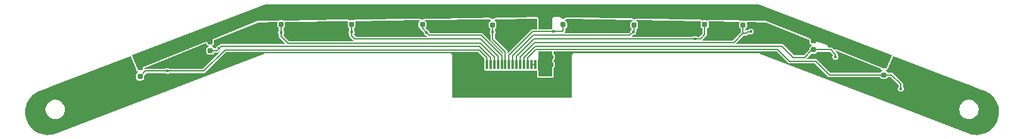
<source format=gbr>
%TF.GenerationSoftware,KiCad,Pcbnew,8.0.3*%
%TF.CreationDate,2025-05-12T20:40:50+02:00*%
%TF.ProjectId,AnalogSensorPCB,416e616c-6f67-4536-956e-736f72504342,rev?*%
%TF.SameCoordinates,Original*%
%TF.FileFunction,Copper,L1,Top*%
%TF.FilePolarity,Positive*%
%FSLAX46Y46*%
G04 Gerber Fmt 4.6, Leading zero omitted, Abs format (unit mm)*
G04 Created by KiCad (PCBNEW 8.0.3) date 2025-05-12 20:40:50*
%MOMM*%
%LPD*%
G01*
G04 APERTURE LIST*
G04 Aperture macros list*
%AMRoundRect*
0 Rectangle with rounded corners*
0 $1 Rounding radius*
0 $2 $3 $4 $5 $6 $7 $8 $9 X,Y pos of 4 corners*
0 Add a 4 corners polygon primitive as box body*
4,1,4,$2,$3,$4,$5,$6,$7,$8,$9,$2,$3,0*
0 Add four circle primitives for the rounded corners*
1,1,$1+$1,$2,$3*
1,1,$1+$1,$4,$5*
1,1,$1+$1,$6,$7*
1,1,$1+$1,$8,$9*
0 Add four rect primitives between the rounded corners*
20,1,$1+$1,$2,$3,$4,$5,0*
20,1,$1+$1,$4,$5,$6,$7,0*
20,1,$1+$1,$6,$7,$8,$9,0*
20,1,$1+$1,$8,$9,$2,$3,0*%
G04 Aperture macros list end*
%TA.AperFunction,SMDPad,CuDef*%
%ADD10R,0.300000X1.300000*%
%TD*%
%TA.AperFunction,SMDPad,CuDef*%
%ADD11R,1.800000X2.200000*%
%TD*%
%TA.AperFunction,SMDPad,CuDef*%
%ADD12RoundRect,0.160000X0.160000X-0.197500X0.160000X0.197500X-0.160000X0.197500X-0.160000X-0.197500X0*%
%TD*%
%TA.AperFunction,SMDPad,CuDef*%
%ADD13RoundRect,0.155000X-0.212500X-0.155000X0.212500X-0.155000X0.212500X0.155000X-0.212500X0.155000X0*%
%TD*%
%TA.AperFunction,ViaPad*%
%ADD14C,0.600000*%
%TD*%
%TA.AperFunction,ViaPad*%
%ADD15C,0.400000*%
%TD*%
%TA.AperFunction,Conductor*%
%ADD16C,0.200000*%
%TD*%
G04 APERTURE END LIST*
D10*
%TO.P,J1,1,Pin_1*%
%TO.N,GND*%
X128750000Y-70950000D03*
%TO.P,J1,2,Pin_2*%
X129250000Y-70950000D03*
%TO.P,J1,3,Pin_3*%
%TO.N,Sensor1*%
X129750000Y-70950000D03*
%TO.P,J1,4,Pin_4*%
%TO.N,Sensor2*%
X130250000Y-70950000D03*
%TO.P,J1,5,Pin_5*%
%TO.N,Sensor3*%
X130750000Y-70950000D03*
%TO.P,J1,6,Pin_6*%
%TO.N,Sensor4*%
X131250000Y-70950000D03*
%TO.P,J1,7,Pin_7*%
%TO.N,Sensor5*%
X131750000Y-70950000D03*
%TO.P,J1,8,Pin_8*%
%TO.N,Sensor6*%
X132250000Y-70950000D03*
%TO.P,J1,9,Pin_9*%
%TO.N,Sensor7*%
X132750000Y-70950000D03*
%TO.P,J1,10,Pin_10*%
%TO.N,Sensor8*%
X133250000Y-70950000D03*
%TO.P,J1,11,Pin_11*%
%TO.N,Sensor9*%
X133750000Y-70950000D03*
%TO.P,J1,12,Pin_12*%
%TO.N,Sensor10*%
X134250000Y-70950000D03*
%TO.P,J1,13,Pin_13*%
%TO.N,Sensor11*%
X134750000Y-70950000D03*
%TO.P,J1,14,Pin_14*%
%TO.N,Sensor12*%
X135250000Y-70950000D03*
%TO.P,J1,15,Pin_15*%
%TO.N,+5V*%
X135750000Y-70950000D03*
%TO.P,J1,16,Pin_16*%
X136250000Y-70950000D03*
%TO.P,J1,17,Pin_17*%
%TO.N,+3.3V*%
X136750000Y-70950000D03*
%TO.P,J1,18,Pin_18*%
X137250000Y-70950000D03*
D11*
%TO.P,J1,MP*%
%TO.N,GND*%
X126850000Y-74200000D03*
X139150000Y-74200000D03*
%TD*%
D12*
%TO.P,R17,1*%
%TO.N,Sensor12*%
X183210000Y-72357500D03*
%TO.P,R17,2*%
%TO.N,+3.3V*%
X183210000Y-71162500D03*
%TD*%
D13*
%TO.P,C1,1*%
%TO.N,+3.3V*%
X138342500Y-70950000D03*
%TO.P,C1,2*%
%TO.N,GND*%
X139477500Y-70950000D03*
%TD*%
D12*
%TO.P,R13,1*%
%TO.N,Sensor2*%
X92530000Y-69065000D03*
%TO.P,R13,2*%
%TO.N,+3.3V*%
X92530000Y-67870000D03*
%TD*%
%TO.P,R10,1*%
%TO.N,Sensor7*%
X140030000Y-65570000D03*
%TO.P,R10,2*%
%TO.N,+3.3V*%
X140030000Y-64375000D03*
%TD*%
%TO.P,R6,1*%
%TO.N,Sensor6*%
X130530000Y-65587500D03*
%TO.P,R6,2*%
%TO.N,+3.3V*%
X130530000Y-64392500D03*
%TD*%
%TO.P,R15,1*%
%TO.N,Sensor9*%
X159090000Y-65535000D03*
%TO.P,R15,2*%
%TO.N,+3.3V*%
X159090000Y-64340000D03*
%TD*%
%TO.P,R18,1*%
%TO.N,Sensor11*%
X173700000Y-68955000D03*
%TO.P,R18,2*%
%TO.N,+3.3V*%
X173700000Y-67760000D03*
%TD*%
%TO.P,R4,1*%
%TO.N,Sensor3*%
X102070000Y-65495000D03*
%TO.P,R4,2*%
%TO.N,+3.3V*%
X102070000Y-64300000D03*
%TD*%
%TO.P,R14,1*%
%TO.N,Sensor1*%
X83070000Y-72560000D03*
%TO.P,R14,2*%
%TO.N,+3.3V*%
X83070000Y-71365000D03*
%TD*%
D13*
%TO.P,C2,1*%
%TO.N,+3.3V*%
X138332500Y-69940000D03*
%TO.P,C2,2*%
%TO.N,GND*%
X139467500Y-69940000D03*
%TD*%
D12*
%TO.P,R9,1*%
%TO.N,Sensor8*%
X149590000Y-65595000D03*
%TO.P,R9,2*%
%TO.N,+3.3V*%
X149590000Y-64400000D03*
%TD*%
%TO.P,R3,1*%
%TO.N,Sensor4*%
X111550000Y-65527500D03*
%TO.P,R3,2*%
%TO.N,+3.3V*%
X111550000Y-64332500D03*
%TD*%
%TO.P,R7,1*%
%TO.N,Sensor5*%
X121080000Y-65550000D03*
%TO.P,R7,2*%
%TO.N,+3.3V*%
X121080000Y-64355000D03*
%TD*%
%TO.P,R12,1*%
%TO.N,Sensor10*%
X164250000Y-65587500D03*
%TO.P,R12,2*%
%TO.N,+3.3V*%
X164250000Y-64392500D03*
%TD*%
D14*
%TO.N,GND*%
X139750000Y-72000000D03*
X146750000Y-65450000D03*
X99820000Y-67150000D03*
X146780000Y-66320000D03*
X109330000Y-66540000D03*
X90460000Y-70270000D03*
X77710000Y-74540000D03*
X160420000Y-66930000D03*
X175830000Y-70830000D03*
X114290000Y-66630000D03*
X151750000Y-66650000D03*
X118620000Y-66630000D03*
X147940000Y-65430000D03*
X128870000Y-66000000D03*
X165420000Y-67760000D03*
X140520000Y-70960000D03*
X127910000Y-71010000D03*
X137570000Y-73310000D03*
X170700000Y-67970000D03*
X183260000Y-75390000D03*
X132860000Y-66850000D03*
X127920000Y-70180000D03*
X127860000Y-71990000D03*
X172800000Y-71300000D03*
X140500000Y-69860000D03*
X144020000Y-66260000D03*
X155870000Y-66810000D03*
X96280000Y-67410000D03*
D15*
%TO.N,Sensor10*%
X165280000Y-66480000D03*
D14*
%TO.N,+3.3V*%
X137000000Y-64349998D03*
X137230000Y-69680000D03*
X138000000Y-63310000D03*
X82710000Y-70390000D03*
X116749998Y-64160002D03*
X137000000Y-63370000D03*
X97749998Y-64689998D03*
X138060000Y-72100000D03*
X137180000Y-72110000D03*
X174570000Y-66810000D03*
X154749998Y-64330002D03*
D15*
%TO.N,Sensor9*%
X157750000Y-67500000D03*
%TO.N,Sensor5*%
X121660000Y-66660000D03*
%TO.N,Sensor4*%
X111550000Y-66580000D03*
%TO.N,Sensor11*%
X176670000Y-69930000D03*
%TO.N,Sensor3*%
X102070000Y-66630000D03*
%TO.N,Sensor7*%
X138700000Y-66490000D03*
%TO.N,Sensor12*%
X185470000Y-74230000D03*
%TO.N,Sensor2*%
X93720000Y-68780000D03*
%TO.N,Sensor6*%
X130530000Y-66580000D03*
%TO.N,Sensor1*%
X86780000Y-71820000D03*
%TO.N,Sensor8*%
X149455000Y-66545000D03*
%TD*%
D16*
%TO.N,+5V*%
X135750000Y-70950000D02*
X136250000Y-70950000D01*
%TO.N,Sensor10*%
X164250000Y-66750000D02*
X164250000Y-65587500D01*
X134250000Y-70950000D02*
X134250000Y-69918628D01*
X136168628Y-68000000D02*
X163000000Y-68000000D01*
X165170000Y-66590000D02*
X164820000Y-66590000D01*
X165280000Y-66480000D02*
X165170000Y-66590000D01*
X164820000Y-66590000D02*
X164660000Y-66750000D01*
X164660000Y-66750000D02*
X164250000Y-66750000D01*
X134250000Y-69918628D02*
X136168628Y-68000000D01*
X163000000Y-68000000D02*
X164250000Y-66750000D01*
%TO.N,Sensor9*%
X158500000Y-67500000D02*
X159090000Y-66910000D01*
X133750000Y-70950000D02*
X133750000Y-69852942D01*
X157750000Y-67500000D02*
X158500000Y-67500000D01*
X133750000Y-69852942D02*
X136102942Y-67500000D01*
X136102942Y-67500000D02*
X157750000Y-67500000D01*
X159090000Y-66910000D02*
X159090000Y-65535000D01*
%TO.N,Sensor5*%
X131750000Y-69787258D02*
X128962742Y-67000000D01*
X121660000Y-66660000D02*
X121080000Y-66080000D01*
X122000000Y-67000000D02*
X121660000Y-66660000D01*
X128962742Y-67000000D02*
X122000000Y-67000000D01*
X121080000Y-66080000D02*
X121080000Y-65550000D01*
X131750000Y-70950000D02*
X131750000Y-69787258D01*
%TO.N,Sensor4*%
X128897056Y-67500000D02*
X131250000Y-69852944D01*
X111550000Y-66580000D02*
X111550000Y-67050000D01*
X131250000Y-69852944D02*
X131250000Y-70950000D01*
X112000000Y-67500000D02*
X128897056Y-67500000D01*
X111550000Y-65527500D02*
X111550000Y-66580000D01*
X111550000Y-67050000D02*
X112000000Y-67500000D01*
%TO.N,Sensor11*%
X173700000Y-68955000D02*
X176065000Y-68955000D01*
X176065000Y-68955000D02*
X176520000Y-69410000D01*
X173545000Y-68955000D02*
X172500000Y-70000000D01*
X172500000Y-70000000D02*
X171000000Y-70000000D01*
X176520000Y-69410000D02*
X176670000Y-69560000D01*
X136234314Y-68500000D02*
X134750000Y-69984314D01*
X169500000Y-68500000D02*
X136234314Y-68500000D01*
X171000000Y-70000000D02*
X169500000Y-68500000D01*
X134750000Y-69984314D02*
X134750000Y-70950000D01*
X173700000Y-68955000D02*
X173545000Y-68955000D01*
X176670000Y-69560000D02*
X176670000Y-69930000D01*
%TO.N,Sensor3*%
X130750000Y-70950000D02*
X130750000Y-69918629D01*
X128931371Y-68100000D02*
X103000000Y-68100000D01*
X102070000Y-66630000D02*
X102070000Y-65495000D01*
X103000000Y-68100000D02*
X102070000Y-67170000D01*
X102070000Y-67170000D02*
X102070000Y-66630000D01*
X130750000Y-69918629D02*
X128931371Y-68100000D01*
%TO.N,Sensor7*%
X132750000Y-70950000D02*
X132750000Y-69700000D01*
X135960000Y-66490000D02*
X138700000Y-66490000D01*
X138700000Y-66490000D02*
X139930000Y-66490000D01*
X140030000Y-66390000D02*
X140030000Y-65570000D01*
X139930000Y-66490000D02*
X140030000Y-66390000D01*
X132750000Y-69700000D02*
X135960000Y-66490000D01*
%TO.N,Sensor12*%
X170500000Y-70500000D02*
X174000000Y-70500000D01*
X168900000Y-68900000D02*
X170500000Y-70500000D01*
X183210000Y-72357500D02*
X184207500Y-72357500D01*
X136400000Y-68900000D02*
X168900000Y-68900000D01*
X184207500Y-72357500D02*
X185340000Y-73490000D01*
X135250000Y-70950000D02*
X135250000Y-70050000D01*
X175857500Y-72357500D02*
X183210000Y-72357500D01*
X185470000Y-73620000D02*
X185470000Y-74230000D01*
X185340000Y-73490000D02*
X185470000Y-73620000D01*
X174000000Y-70500000D02*
X175857500Y-72357500D01*
X135250000Y-70050000D02*
X136400000Y-68900000D01*
%TO.N,Sensor2*%
X93435000Y-69065000D02*
X93720000Y-68780000D01*
X128765685Y-68500000D02*
X130250000Y-69984315D01*
X92530000Y-69065000D02*
X93435000Y-69065000D01*
X130250000Y-69984315D02*
X130250000Y-70950000D01*
X93720000Y-68780000D02*
X94000000Y-68500000D01*
X94000000Y-68500000D02*
X128765685Y-68500000D01*
%TO.N,Sensor6*%
X130530000Y-67530000D02*
X132250000Y-69250000D01*
X130530000Y-65587500D02*
X130530000Y-66580000D01*
X132250000Y-69250000D02*
X132250000Y-70950000D01*
X130530000Y-66580000D02*
X130530000Y-67530000D01*
%TO.N,Sensor1*%
X83810000Y-71820000D02*
X83070000Y-72560000D01*
X129750000Y-70050000D02*
X128700000Y-69000000D01*
X128700000Y-69000000D02*
X94500000Y-69000000D01*
X86780000Y-71820000D02*
X83810000Y-71820000D01*
X94500000Y-69000000D02*
X91680000Y-71820000D01*
X91680000Y-71820000D02*
X86780000Y-71820000D01*
X129750000Y-70950000D02*
X129750000Y-70050000D01*
%TO.N,Sensor8*%
X136037256Y-67000000D02*
X149000000Y-67000000D01*
X149590000Y-66410000D02*
X149590000Y-65595000D01*
X133250000Y-69787256D02*
X136037256Y-67000000D01*
X133250000Y-70950000D02*
X133250000Y-69787256D01*
X149000000Y-67000000D02*
X149455000Y-66545000D01*
X149455000Y-66545000D02*
X149590000Y-66410000D01*
%TD*%
%TA.AperFunction,Conductor*%
%TO.N,+3.3V*%
G36*
X136500000Y-64554877D02*
G01*
X136466037Y-64548591D01*
X136447607Y-64545180D01*
X136447605Y-64545180D01*
X133715407Y-64581609D01*
X130983208Y-64618038D01*
X130983206Y-64618038D01*
X130983199Y-64618039D01*
X130906046Y-64634190D01*
X130906044Y-64634190D01*
X130872050Y-64648537D01*
X130806646Y-64692556D01*
X130806644Y-64692557D01*
X130787092Y-64712109D01*
X130773966Y-64721481D01*
X130725816Y-64745021D01*
X130704295Y-64750000D01*
X130355704Y-64750000D01*
X130334183Y-64745021D01*
X130333297Y-64744588D01*
X130302278Y-64729423D01*
X130286029Y-64721479D01*
X130272902Y-64712106D01*
X130265405Y-64704609D01*
X130264495Y-64703703D01*
X130263959Y-64703174D01*
X130263958Y-64703173D01*
X130195701Y-64658537D01*
X130160868Y-64644649D01*
X130160867Y-64644648D01*
X130160865Y-64644648D01*
X130082024Y-64630054D01*
X130082021Y-64630054D01*
X128355065Y-64653080D01*
X121447231Y-64745184D01*
X121414786Y-64748202D01*
X121414782Y-64748202D01*
X121399557Y-64750849D01*
X121399541Y-64750852D01*
X121379015Y-64755514D01*
X121379011Y-64755515D01*
X121379010Y-64755515D01*
X121379005Y-64755517D01*
X121298707Y-64799279D01*
X121270600Y-64824099D01*
X121270587Y-64824113D01*
X121256163Y-64841981D01*
X121223232Y-64859926D01*
X121218896Y-64860194D01*
X120920867Y-64865422D01*
X120885973Y-64851681D01*
X120878870Y-64843051D01*
X120874149Y-64835755D01*
X120857270Y-64824113D01*
X120798864Y-64783830D01*
X120798865Y-64783830D01*
X120798863Y-64783829D01*
X120764028Y-64769940D01*
X120764025Y-64769939D01*
X120764024Y-64769939D01*
X120685183Y-64755345D01*
X120685180Y-64755345D01*
X120325886Y-64760135D01*
X112062105Y-64870319D01*
X112017181Y-64875905D01*
X112017176Y-64875905D01*
X111996310Y-64880881D01*
X111964210Y-64891387D01*
X111889936Y-64944752D01*
X111889936Y-64944753D01*
X111870276Y-64967017D01*
X111836584Y-64983489D01*
X111818228Y-64979841D01*
X111817922Y-64980833D01*
X111814287Y-64979709D01*
X111814286Y-64979709D01*
X111790929Y-64976306D01*
X111744217Y-64969500D01*
X111355783Y-64969500D01*
X111285714Y-64979708D01*
X111285709Y-64979709D01*
X111277201Y-64983869D01*
X111239770Y-64986191D01*
X111214545Y-64966468D01*
X111213315Y-64964567D01*
X111187274Y-64946606D01*
X111138030Y-64912641D01*
X111138028Y-64912640D01*
X111103201Y-64898753D01*
X111103193Y-64898751D01*
X111024350Y-64884156D01*
X111024346Y-64884156D01*
X109929727Y-64898751D01*
X102634719Y-64996018D01*
X102621252Y-64996642D01*
X102614870Y-64997147D01*
X102612914Y-64997312D01*
X102612906Y-64997314D01*
X102525899Y-65025469D01*
X102525891Y-65025473D01*
X102522248Y-65027644D01*
X102485137Y-65033049D01*
X102462521Y-65020197D01*
X102442376Y-65000052D01*
X102442375Y-65000051D01*
X102334286Y-64947209D01*
X102310929Y-64943806D01*
X102264217Y-64937000D01*
X101875783Y-64937000D01*
X101805714Y-64947208D01*
X101805713Y-64947208D01*
X101697627Y-65000049D01*
X101697622Y-65000053D01*
X101667255Y-65030419D01*
X101632607Y-65044770D01*
X101613620Y-65040006D01*
X101613348Y-65040690D01*
X101610792Y-65039671D01*
X101610791Y-65039670D01*
X101575956Y-65025781D01*
X101575953Y-65025780D01*
X101575952Y-65025780D01*
X101497111Y-65011186D01*
X101497108Y-65011186D01*
X101402528Y-65012447D01*
X99006421Y-65044394D01*
X98968666Y-65048406D01*
X98951020Y-65051952D01*
X98951007Y-65051956D01*
X98914654Y-65062835D01*
X93004313Y-67446037D01*
X92967806Y-67465222D01*
X92967800Y-67465226D01*
X92951471Y-67476026D01*
X92927920Y-67494186D01*
X92874993Y-67568776D01*
X92860642Y-67603422D01*
X92860641Y-67603427D01*
X92844999Y-67682062D01*
X92844999Y-67926227D01*
X92830647Y-67960875D01*
X92815733Y-67971077D01*
X92752081Y-67999084D01*
X92747842Y-68000719D01*
X92287198Y-68154267D01*
X92249790Y-68151609D01*
X92227683Y-68129304D01*
X92221795Y-68117261D01*
X92217506Y-68103367D01*
X92217434Y-68103380D01*
X92217331Y-68102800D01*
X92217322Y-68102769D01*
X92217305Y-68102649D01*
X92212335Y-68078661D01*
X92209292Y-68067401D01*
X92205508Y-68054973D01*
X92205508Y-68054972D01*
X92157584Y-67977082D01*
X92157583Y-67977080D01*
X92151692Y-67971077D01*
X92131315Y-67950312D01*
X92131311Y-67950309D01*
X92131305Y-67950304D01*
X92075543Y-67909943D01*
X92003688Y-67892830D01*
X91986576Y-67888755D01*
X91949080Y-67888402D01*
X91949079Y-67888402D01*
X91949077Y-67888402D01*
X91949071Y-67888403D01*
X91870296Y-67903303D01*
X83544313Y-71260553D01*
X83507793Y-71279745D01*
X83491473Y-71290541D01*
X83467920Y-71308702D01*
X83414995Y-71383289D01*
X83400646Y-71417925D01*
X83400641Y-71417943D01*
X83392164Y-71460560D01*
X83371328Y-71491742D01*
X83344106Y-71500000D01*
X82784377Y-71500000D01*
X82749729Y-71485648D01*
X82739107Y-71469751D01*
X82725009Y-71435716D01*
X82725008Y-71435715D01*
X82725006Y-71435709D01*
X82688380Y-71377419D01*
X82674711Y-71367720D01*
X82658032Y-71347063D01*
X82157257Y-70178587D01*
X82157257Y-70178586D01*
X81989492Y-69787137D01*
X81989036Y-69749639D01*
X82015229Y-69722799D01*
X82016866Y-69722132D01*
X99947449Y-62803784D01*
X99965088Y-62800500D01*
X136500000Y-62800500D01*
X136500000Y-64554877D01*
G37*
%TD.AperFunction*%
%TD*%
%TA.AperFunction,Conductor*%
%TO.N,+3.3V*%
G36*
X138530148Y-69214852D02*
G01*
X138544500Y-69249500D01*
X138544500Y-69466951D01*
X138551405Y-69501666D01*
X138560142Y-69545591D01*
X138560145Y-69545601D01*
X138574492Y-69580236D01*
X138574493Y-69580238D01*
X138574495Y-69580242D01*
X138619042Y-69646909D01*
X138619044Y-69646911D01*
X138662982Y-69690849D01*
X138672355Y-69703975D01*
X138676891Y-69713253D01*
X138676892Y-69713256D01*
X138688347Y-69736689D01*
X138692812Y-69751140D01*
X138694155Y-69760352D01*
X138694488Y-69762632D01*
X138695000Y-69769700D01*
X138695000Y-70110298D01*
X138694488Y-70117365D01*
X138692813Y-70128857D01*
X138688346Y-70143310D01*
X138672355Y-70176021D01*
X138662983Y-70189148D01*
X138619044Y-70233087D01*
X138574492Y-70299763D01*
X138560145Y-70334398D01*
X138560142Y-70334408D01*
X138552285Y-70373908D01*
X138544500Y-70413049D01*
X138544500Y-70466950D01*
X138554880Y-70519137D01*
X138560142Y-70545590D01*
X138560145Y-70545600D01*
X138574493Y-70580238D01*
X138619038Y-70646906D01*
X138672984Y-70700852D01*
X138682355Y-70713977D01*
X138698346Y-70746687D01*
X138702812Y-70761141D01*
X138704058Y-70769698D01*
X138704059Y-70769698D01*
X138704071Y-70769780D01*
X138704074Y-70769806D01*
X138704487Y-70772639D01*
X138705000Y-70779708D01*
X138705000Y-71120298D01*
X138704488Y-71127365D01*
X138702813Y-71138857D01*
X138698346Y-71153311D01*
X138682355Y-71186021D01*
X138672983Y-71199147D01*
X138619044Y-71253087D01*
X138574492Y-71319763D01*
X138560145Y-71354398D01*
X138560142Y-71354408D01*
X138555565Y-71377419D01*
X138544500Y-71433049D01*
X138544500Y-71433052D01*
X138544500Y-72495500D01*
X138530148Y-72530148D01*
X138495500Y-72544500D01*
X136754500Y-72544500D01*
X136719852Y-72530148D01*
X136705500Y-72495500D01*
X136705500Y-71844262D01*
X136705500Y-71844243D01*
X136704510Y-71824092D01*
X136703568Y-71814532D01*
X136702540Y-71805952D01*
X136669923Y-71720510D01*
X136649087Y-71689328D01*
X136640329Y-71680065D01*
X136613894Y-71652104D01*
X136600500Y-71618441D01*
X136600500Y-70284590D01*
X136614852Y-70249942D01*
X136621608Y-70244554D01*
X136622575Y-70243638D01*
X136622581Y-70243635D01*
X136675505Y-70169047D01*
X136689857Y-70134399D01*
X136705500Y-70055756D01*
X136705500Y-69343267D01*
X136689857Y-69264624D01*
X136689855Y-69264620D01*
X136689584Y-69263725D01*
X136689615Y-69263409D01*
X136689387Y-69262263D01*
X136689734Y-69262193D01*
X136693259Y-69226403D01*
X136722249Y-69202610D01*
X136736474Y-69200500D01*
X138495500Y-69200500D01*
X138530148Y-69214852D01*
G37*
%TD.AperFunction*%
%TD*%
%TA.AperFunction,Conductor*%
%TO.N,GND*%
G36*
X168789881Y-69214852D02*
G01*
X170315489Y-70740460D01*
X170384012Y-70780022D01*
X170444286Y-70796172D01*
X170460434Y-70800499D01*
X170460435Y-70800500D01*
X170460438Y-70800500D01*
X170539562Y-70800500D01*
X173855233Y-70800500D01*
X173889881Y-70814852D01*
X175672989Y-72597960D01*
X175741512Y-72637522D01*
X175801786Y-72653672D01*
X175817934Y-72657999D01*
X175817935Y-72658000D01*
X175817938Y-72658000D01*
X175897062Y-72658000D01*
X182668493Y-72658000D01*
X182703141Y-72672352D01*
X182712514Y-72685479D01*
X182752549Y-72767372D01*
X182752550Y-72767374D01*
X182752551Y-72767375D01*
X182837625Y-72852449D01*
X182945714Y-72905291D01*
X183015785Y-72915500D01*
X183404214Y-72915499D01*
X183404216Y-72915499D01*
X183450928Y-72908693D01*
X183474286Y-72905291D01*
X183582375Y-72852449D01*
X183667449Y-72767375D01*
X183707486Y-72685479D01*
X183735597Y-72660655D01*
X183751507Y-72658000D01*
X184062733Y-72658000D01*
X184097381Y-72672352D01*
X185155148Y-73730119D01*
X185169500Y-73764767D01*
X185169500Y-73943812D01*
X185155148Y-73978460D01*
X185141950Y-73991657D01*
X185141945Y-73991664D01*
X185084355Y-74104690D01*
X185084355Y-74104692D01*
X185084354Y-74104694D01*
X185084354Y-74104696D01*
X185064508Y-74230000D01*
X185084354Y-74355304D01*
X185084354Y-74355305D01*
X185084355Y-74355307D01*
X185084355Y-74355309D01*
X185141945Y-74468335D01*
X185141950Y-74468342D01*
X185231657Y-74558049D01*
X185231664Y-74558054D01*
X185344691Y-74615644D01*
X185344692Y-74615644D01*
X185344696Y-74615646D01*
X185470000Y-74635492D01*
X185595304Y-74615646D01*
X185595308Y-74615644D01*
X185595309Y-74615644D01*
X185708335Y-74558054D01*
X185708337Y-74558052D01*
X185708342Y-74558050D01*
X185798050Y-74468342D01*
X185820141Y-74424987D01*
X185855644Y-74355309D01*
X185855644Y-74355307D01*
X185855646Y-74355304D01*
X185875492Y-74230000D01*
X185855646Y-74104696D01*
X185855644Y-74104692D01*
X185855644Y-74104690D01*
X185798054Y-73991664D01*
X185798049Y-73991657D01*
X185784852Y-73978460D01*
X185770500Y-73943812D01*
X185770500Y-73580436D01*
X185764586Y-73558367D01*
X185764586Y-73558366D01*
X185750022Y-73504012D01*
X185750021Y-73504010D01*
X185710459Y-73435488D01*
X184392013Y-72117042D01*
X184392007Y-72117037D01*
X184373723Y-72106481D01*
X184362533Y-72100021D01*
X184362497Y-72100000D01*
X184323491Y-72077479D01*
X184323487Y-72077478D01*
X184247064Y-72057000D01*
X184247062Y-72057000D01*
X183751507Y-72057000D01*
X183716859Y-72042648D01*
X183707486Y-72029521D01*
X183667450Y-71947627D01*
X183667449Y-71947626D01*
X183667449Y-71947625D01*
X183582375Y-71862551D01*
X183474286Y-71809709D01*
X183465903Y-71808487D01*
X183433688Y-71789290D01*
X183424482Y-71752934D01*
X183443680Y-71720718D01*
X183465908Y-71711512D01*
X183474284Y-71710292D01*
X183474286Y-71710291D01*
X183539867Y-71678230D01*
X183582375Y-71657449D01*
X183667449Y-71572375D01*
X183689397Y-71527479D01*
X183717508Y-71502655D01*
X183733418Y-71500000D01*
X183749999Y-71500000D01*
X183750000Y-71500000D01*
X184460870Y-69841302D01*
X184487707Y-69815113D01*
X184523542Y-69814893D01*
X191839069Y-72637521D01*
X194501960Y-73664973D01*
X194502969Y-73665438D01*
X194505372Y-73666360D01*
X194505376Y-73666363D01*
X194541751Y-73680326D01*
X194541816Y-73680388D01*
X194541829Y-73680356D01*
X194578738Y-73694597D01*
X194578739Y-73694597D01*
X194581144Y-73695525D01*
X194582210Y-73695856D01*
X196405098Y-74395598D01*
X196405111Y-74395603D01*
X196415125Y-74400843D01*
X196420917Y-74404787D01*
X196441393Y-74410755D01*
X196452703Y-74414052D01*
X196456548Y-74415347D01*
X196479946Y-74424330D01*
X196480494Y-74424387D01*
X196491611Y-74426887D01*
X196780334Y-74528303D01*
X196785223Y-74530325D01*
X197005104Y-74635491D01*
X197082790Y-74672647D01*
X197087446Y-74675192D01*
X197367878Y-74848851D01*
X197372231Y-74851884D01*
X197632252Y-75054852D01*
X197636251Y-75058339D01*
X197872789Y-75288218D01*
X197876388Y-75292116D01*
X198086687Y-75546225D01*
X198089844Y-75550489D01*
X198271444Y-75825855D01*
X198274120Y-75830436D01*
X198424883Y-76123824D01*
X198427049Y-76128668D01*
X198545198Y-76436616D01*
X198546828Y-76441665D01*
X198630995Y-76760600D01*
X198632069Y-76765796D01*
X198681258Y-77091956D01*
X198681764Y-77097237D01*
X198695401Y-77426803D01*
X198695333Y-77432109D01*
X198673256Y-77761217D01*
X198672615Y-77766483D01*
X198615085Y-78091278D01*
X198613878Y-78096445D01*
X198521570Y-78413109D01*
X198519812Y-78418115D01*
X198393802Y-78722958D01*
X198391512Y-78727744D01*
X198233290Y-79017155D01*
X198230497Y-79021666D01*
X198041902Y-79292290D01*
X198038637Y-79296472D01*
X197821895Y-79545109D01*
X197818197Y-79548914D01*
X197575844Y-79772659D01*
X197571757Y-79776042D01*
X197306620Y-79972282D01*
X197302191Y-79975202D01*
X197017406Y-80141616D01*
X197012687Y-80144041D01*
X196711576Y-80278690D01*
X196706622Y-80280591D01*
X196392714Y-80381896D01*
X196387584Y-80383250D01*
X196064560Y-80450021D01*
X196059314Y-80450812D01*
X195730968Y-80482266D01*
X195725667Y-80482485D01*
X195395849Y-80478256D01*
X195390555Y-80477901D01*
X195063119Y-80438034D01*
X195057894Y-80437108D01*
X194744721Y-80363949D01*
X194738229Y-80361949D01*
X185824444Y-76922648D01*
X193349500Y-76922648D01*
X193349500Y-77127351D01*
X193381522Y-77329531D01*
X193381523Y-77329534D01*
X193444779Y-77524217D01*
X193537714Y-77706612D01*
X193537716Y-77706615D01*
X193658035Y-77872220D01*
X193658039Y-77872225D01*
X193802775Y-78016961D01*
X193802779Y-78016964D01*
X193802781Y-78016966D01*
X193968390Y-78137287D01*
X194150781Y-78230220D01*
X194345466Y-78293477D01*
X194547648Y-78325500D01*
X194547649Y-78325500D01*
X194752351Y-78325500D01*
X194752352Y-78325500D01*
X194954534Y-78293477D01*
X195149219Y-78230220D01*
X195331610Y-78137287D01*
X195497219Y-78016966D01*
X195497222Y-78016962D01*
X195497225Y-78016961D01*
X195641961Y-77872225D01*
X195641962Y-77872222D01*
X195641966Y-77872219D01*
X195762287Y-77706610D01*
X195855220Y-77524219D01*
X195918477Y-77329534D01*
X195950500Y-77127352D01*
X195950500Y-76922648D01*
X195918477Y-76720466D01*
X195855220Y-76525781D01*
X195762287Y-76343390D01*
X195641966Y-76177781D01*
X195641964Y-76177779D01*
X195641961Y-76177775D01*
X195497225Y-76033039D01*
X195497220Y-76033035D01*
X195331615Y-75912716D01*
X195331612Y-75912714D01*
X195149217Y-75819779D01*
X194954534Y-75756523D01*
X194954531Y-75756522D01*
X194799220Y-75731923D01*
X194752352Y-75724500D01*
X194547648Y-75724500D01*
X194509599Y-75730526D01*
X194345468Y-75756522D01*
X194345465Y-75756523D01*
X194150782Y-75819779D01*
X193968387Y-75912714D01*
X193968384Y-75912716D01*
X193802779Y-76033035D01*
X193658035Y-76177779D01*
X193537716Y-76343384D01*
X193537714Y-76343387D01*
X193444779Y-76525782D01*
X193381523Y-76720465D01*
X193381522Y-76720468D01*
X193349500Y-76922648D01*
X185824444Y-76922648D01*
X166533550Y-69479436D01*
X166526689Y-69476156D01*
X166515994Y-69469981D01*
X166515988Y-69469978D01*
X166495753Y-69464556D01*
X166490804Y-69462943D01*
X166471263Y-69455404D01*
X166471256Y-69455403D01*
X166471255Y-69455403D01*
X166458971Y-69454090D01*
X166451503Y-69452699D01*
X166439562Y-69449500D01*
X166439561Y-69449500D01*
X166418617Y-69449500D01*
X166413412Y-69449223D01*
X166406201Y-69448452D01*
X166392587Y-69446998D01*
X166392586Y-69446998D01*
X166380379Y-69448910D01*
X166372797Y-69449500D01*
X141460436Y-69449500D01*
X141384010Y-69469979D01*
X141384008Y-69469979D01*
X141315488Y-69509540D01*
X141315488Y-69509541D01*
X141259541Y-69565488D01*
X141259540Y-69565488D01*
X141219979Y-69634008D01*
X141219979Y-69634010D01*
X141199500Y-69710436D01*
X141199500Y-75400500D01*
X141185148Y-75435148D01*
X141150500Y-75449500D01*
X125149500Y-75449500D01*
X125114852Y-75435148D01*
X125100500Y-75400500D01*
X125100500Y-69710436D01*
X125090814Y-69674289D01*
X125080021Y-69634011D01*
X125080020Y-69634009D01*
X125080020Y-69634008D01*
X125054939Y-69590568D01*
X125040460Y-69565489D01*
X124984511Y-69509540D01*
X124975092Y-69504102D01*
X124915990Y-69469979D01*
X124839564Y-69449500D01*
X124839562Y-69449500D01*
X99927203Y-69449500D01*
X99919622Y-69448910D01*
X99907413Y-69446998D01*
X99886586Y-69449223D01*
X99881381Y-69449500D01*
X99860435Y-69449500D01*
X99848498Y-69452698D01*
X99841027Y-69454089D01*
X99828742Y-69455402D01*
X99828739Y-69455402D01*
X99828738Y-69455403D01*
X99809196Y-69462942D01*
X99809191Y-69462944D01*
X99804241Y-69464557D01*
X99784012Y-69469978D01*
X99773307Y-69476158D01*
X99766450Y-69479435D01*
X71561518Y-80362046D01*
X71555025Y-80364046D01*
X71242121Y-80437138D01*
X71236897Y-80438064D01*
X70909460Y-80477927D01*
X70904166Y-80478282D01*
X70574350Y-80482508D01*
X70569049Y-80482289D01*
X70240696Y-80450831D01*
X70235449Y-80450039D01*
X69912441Y-80383267D01*
X69907312Y-80381914D01*
X69593400Y-80280606D01*
X69588446Y-80278705D01*
X69588412Y-80278690D01*
X69287336Y-80144053D01*
X69282618Y-80141629D01*
X68997829Y-79975210D01*
X68993400Y-79972289D01*
X68728282Y-79776061D01*
X68724194Y-79772679D01*
X68481828Y-79548920D01*
X68478131Y-79545115D01*
X68261395Y-79296482D01*
X68258130Y-79292300D01*
X68069536Y-79021677D01*
X68066743Y-79017166D01*
X67936946Y-78779746D01*
X67908517Y-78727744D01*
X67906237Y-78722980D01*
X67780218Y-78418115D01*
X67778465Y-78413122D01*
X67743588Y-78293476D01*
X67686153Y-78096445D01*
X67684952Y-78091304D01*
X67627420Y-77766498D01*
X67626780Y-77761233D01*
X67623116Y-77706610D01*
X67604702Y-77432109D01*
X67604634Y-77426836D01*
X67618270Y-77097249D01*
X67618776Y-77091973D01*
X67641638Y-76940381D01*
X67644312Y-76922648D01*
X70349500Y-76922648D01*
X70349500Y-77127351D01*
X70381522Y-77329531D01*
X70381523Y-77329534D01*
X70444779Y-77524217D01*
X70537714Y-77706612D01*
X70537716Y-77706615D01*
X70658035Y-77872220D01*
X70658039Y-77872225D01*
X70802775Y-78016961D01*
X70802779Y-78016964D01*
X70802781Y-78016966D01*
X70968390Y-78137287D01*
X71150781Y-78230220D01*
X71345466Y-78293477D01*
X71547648Y-78325500D01*
X71547649Y-78325500D01*
X71752351Y-78325500D01*
X71752352Y-78325500D01*
X71954534Y-78293477D01*
X72149219Y-78230220D01*
X72331610Y-78137287D01*
X72497219Y-78016966D01*
X72497222Y-78016962D01*
X72497225Y-78016961D01*
X72641961Y-77872225D01*
X72641962Y-77872222D01*
X72641966Y-77872219D01*
X72762287Y-77706610D01*
X72855220Y-77524219D01*
X72918477Y-77329534D01*
X72950500Y-77127352D01*
X72950500Y-76922648D01*
X72918477Y-76720466D01*
X72855220Y-76525781D01*
X72762287Y-76343390D01*
X72641966Y-76177781D01*
X72641964Y-76177779D01*
X72641961Y-76177775D01*
X72497225Y-76033039D01*
X72497220Y-76033035D01*
X72331615Y-75912716D01*
X72331612Y-75912714D01*
X72149217Y-75819779D01*
X71954534Y-75756523D01*
X71954531Y-75756522D01*
X71799220Y-75731923D01*
X71752352Y-75724500D01*
X71547648Y-75724500D01*
X71509599Y-75730526D01*
X71345468Y-75756522D01*
X71345465Y-75756523D01*
X71150782Y-75819779D01*
X70968387Y-75912714D01*
X70968384Y-75912716D01*
X70802779Y-76033035D01*
X70658035Y-76177779D01*
X70537716Y-76343384D01*
X70537714Y-76343387D01*
X70444779Y-76525782D01*
X70381523Y-76720465D01*
X70381522Y-76720468D01*
X70349500Y-76922648D01*
X67644312Y-76922648D01*
X67667968Y-76765796D01*
X67669035Y-76760631D01*
X67753202Y-76441688D01*
X67754830Y-76436644D01*
X67790608Y-76343390D01*
X67872989Y-76128666D01*
X67875145Y-76123845D01*
X68025917Y-75830436D01*
X68028571Y-75825893D01*
X68210181Y-75550506D01*
X68213326Y-75546257D01*
X68423637Y-75292129D01*
X68427225Y-75288244D01*
X68663787Y-75058339D01*
X68667756Y-75054878D01*
X68927797Y-74851890D01*
X68932110Y-74848884D01*
X69212569Y-74675204D01*
X69217210Y-74672667D01*
X69514785Y-74530337D01*
X69519675Y-74528315D01*
X69808437Y-74426880D01*
X69819558Y-74424381D01*
X69820053Y-74424330D01*
X69843444Y-74415349D01*
X69847286Y-74414054D01*
X69879087Y-74404786D01*
X69884129Y-74401352D01*
X69884874Y-74400845D01*
X69894893Y-74395600D01*
X71717760Y-73695866D01*
X71718814Y-73695540D01*
X71721259Y-73694596D01*
X71721263Y-73694596D01*
X71757863Y-73680473D01*
X71757869Y-73680489D01*
X71757939Y-73680443D01*
X71794624Y-73666363D01*
X71794625Y-73666361D01*
X71797038Y-73665436D01*
X71798053Y-73664967D01*
X81733553Y-69831447D01*
X81771041Y-69832364D01*
X81796225Y-69857859D01*
X81968373Y-70259537D01*
X82499999Y-71499999D01*
X82500000Y-71500000D01*
X82500001Y-71500000D01*
X82500501Y-71500000D01*
X82535149Y-71514352D01*
X82549501Y-71549000D01*
X82549501Y-71596716D01*
X82559708Y-71666785D01*
X82559708Y-71666786D01*
X82612549Y-71774872D01*
X82612550Y-71774874D01*
X82612551Y-71774875D01*
X82697625Y-71859949D01*
X82805714Y-71912791D01*
X82814093Y-71914011D01*
X82846309Y-71933207D01*
X82855517Y-71969562D01*
X82836321Y-72001779D01*
X82814096Y-72010987D01*
X82805713Y-72012208D01*
X82697627Y-72065049D01*
X82697623Y-72065052D01*
X82612552Y-72150123D01*
X82612550Y-72150127D01*
X82559709Y-72258213D01*
X82559709Y-72258214D01*
X82549500Y-72328283D01*
X82549500Y-72791716D01*
X82559708Y-72861785D01*
X82559708Y-72861786D01*
X82612549Y-72969872D01*
X82612550Y-72969874D01*
X82612551Y-72969875D01*
X82697625Y-73054949D01*
X82805714Y-73107791D01*
X82875785Y-73118000D01*
X83264214Y-73117999D01*
X83264216Y-73117999D01*
X83310928Y-73111193D01*
X83334286Y-73107791D01*
X83442375Y-73054949D01*
X83527449Y-72969875D01*
X83580291Y-72861786D01*
X83590500Y-72791715D01*
X83590499Y-72484765D01*
X83604850Y-72450119D01*
X83920119Y-72134852D01*
X83954767Y-72120500D01*
X86493812Y-72120500D01*
X86528460Y-72134852D01*
X86541657Y-72148049D01*
X86541664Y-72148054D01*
X86654691Y-72205644D01*
X86654692Y-72205644D01*
X86654696Y-72205646D01*
X86780000Y-72225492D01*
X86905304Y-72205646D01*
X86905308Y-72205644D01*
X86905309Y-72205644D01*
X87018335Y-72148054D01*
X87018337Y-72148052D01*
X87018342Y-72148050D01*
X87031540Y-72134852D01*
X87066188Y-72120500D01*
X91719564Y-72120500D01*
X91746230Y-72113354D01*
X91795989Y-72100021D01*
X91796026Y-72100000D01*
X91805170Y-72094720D01*
X91864511Y-72060460D01*
X91920460Y-72004511D01*
X94610119Y-69314852D01*
X94644767Y-69300500D01*
X128555233Y-69300500D01*
X128589881Y-69314852D01*
X129417010Y-70141981D01*
X129431362Y-70176629D01*
X129423105Y-70203850D01*
X129411133Y-70221767D01*
X129411133Y-70221769D01*
X129399500Y-70280252D01*
X129399500Y-71619748D01*
X129411133Y-71678231D01*
X129428882Y-71704795D01*
X129455447Y-71744552D01*
X129467992Y-71752934D01*
X129521769Y-71788867D01*
X129580252Y-71800500D01*
X129580255Y-71800500D01*
X129919745Y-71800500D01*
X129919748Y-71800500D01*
X129978231Y-71788867D01*
X129978234Y-71788865D01*
X129981247Y-71787618D01*
X130018750Y-71787616D01*
X130018753Y-71787618D01*
X130021765Y-71788865D01*
X130021766Y-71788865D01*
X130021769Y-71788867D01*
X130080252Y-71800500D01*
X130080255Y-71800500D01*
X130419745Y-71800500D01*
X130419748Y-71800500D01*
X130478231Y-71788867D01*
X130478234Y-71788865D01*
X130481247Y-71787618D01*
X130518750Y-71787616D01*
X130518753Y-71787618D01*
X130521765Y-71788865D01*
X130521766Y-71788865D01*
X130521769Y-71788867D01*
X130580252Y-71800500D01*
X130580255Y-71800500D01*
X130919745Y-71800500D01*
X130919748Y-71800500D01*
X130978231Y-71788867D01*
X130978234Y-71788865D01*
X130981247Y-71787618D01*
X131018750Y-71787616D01*
X131018753Y-71787618D01*
X131021765Y-71788865D01*
X131021766Y-71788865D01*
X131021769Y-71788867D01*
X131080252Y-71800500D01*
X131080255Y-71800500D01*
X131419745Y-71800500D01*
X131419748Y-71800500D01*
X131478231Y-71788867D01*
X131478234Y-71788865D01*
X131481247Y-71787618D01*
X131518750Y-71787616D01*
X131518753Y-71787618D01*
X131521765Y-71788865D01*
X131521766Y-71788865D01*
X131521769Y-71788867D01*
X131580252Y-71800500D01*
X131580255Y-71800500D01*
X131919745Y-71800500D01*
X131919748Y-71800500D01*
X131978231Y-71788867D01*
X131978234Y-71788865D01*
X131981247Y-71787618D01*
X132018750Y-71787616D01*
X132018753Y-71787618D01*
X132021765Y-71788865D01*
X132021766Y-71788865D01*
X132021769Y-71788867D01*
X132080252Y-71800500D01*
X132080255Y-71800500D01*
X132419745Y-71800500D01*
X132419748Y-71800500D01*
X132478231Y-71788867D01*
X132478234Y-71788865D01*
X132481247Y-71787618D01*
X132518750Y-71787616D01*
X132518753Y-71787618D01*
X132521765Y-71788865D01*
X132521766Y-71788865D01*
X132521769Y-71788867D01*
X132580252Y-71800500D01*
X132580255Y-71800500D01*
X132919745Y-71800500D01*
X132919748Y-71800500D01*
X132978231Y-71788867D01*
X132978234Y-71788865D01*
X132981247Y-71787618D01*
X133018750Y-71787616D01*
X133018753Y-71787618D01*
X133021765Y-71788865D01*
X133021766Y-71788865D01*
X133021769Y-71788867D01*
X133080252Y-71800500D01*
X133080255Y-71800500D01*
X133419745Y-71800500D01*
X133419748Y-71800500D01*
X133478231Y-71788867D01*
X133478234Y-71788865D01*
X133481247Y-71787618D01*
X133518750Y-71787616D01*
X133518753Y-71787618D01*
X133521765Y-71788865D01*
X133521766Y-71788865D01*
X133521769Y-71788867D01*
X133580252Y-71800500D01*
X133580255Y-71800500D01*
X133919745Y-71800500D01*
X133919748Y-71800500D01*
X133978231Y-71788867D01*
X133978234Y-71788865D01*
X133981247Y-71787618D01*
X134018750Y-71787616D01*
X134018753Y-71787618D01*
X134021765Y-71788865D01*
X134021766Y-71788865D01*
X134021769Y-71788867D01*
X134080252Y-71800500D01*
X134080255Y-71800500D01*
X134419745Y-71800500D01*
X134419748Y-71800500D01*
X134478231Y-71788867D01*
X134478234Y-71788865D01*
X134481247Y-71787618D01*
X134518750Y-71787616D01*
X134518753Y-71787618D01*
X134521765Y-71788865D01*
X134521766Y-71788865D01*
X134521769Y-71788867D01*
X134580252Y-71800500D01*
X134580255Y-71800500D01*
X134919745Y-71800500D01*
X134919748Y-71800500D01*
X134978231Y-71788867D01*
X134978234Y-71788865D01*
X134981247Y-71787618D01*
X135018750Y-71787616D01*
X135018753Y-71787618D01*
X135021765Y-71788865D01*
X135021766Y-71788865D01*
X135021769Y-71788867D01*
X135080252Y-71800500D01*
X135080255Y-71800500D01*
X135419745Y-71800500D01*
X135419748Y-71800500D01*
X135478231Y-71788867D01*
X135478234Y-71788865D01*
X135481247Y-71787618D01*
X135518750Y-71787616D01*
X135518753Y-71787618D01*
X135521765Y-71788865D01*
X135521766Y-71788865D01*
X135521769Y-71788867D01*
X135580252Y-71800500D01*
X135580255Y-71800500D01*
X135919745Y-71800500D01*
X135919748Y-71800500D01*
X135978231Y-71788867D01*
X135978234Y-71788865D01*
X135981247Y-71787618D01*
X136018750Y-71787616D01*
X136018753Y-71787618D01*
X136021765Y-71788865D01*
X136021766Y-71788865D01*
X136021769Y-71788867D01*
X136080252Y-71800500D01*
X136080255Y-71800500D01*
X136419747Y-71800500D01*
X136419748Y-71800500D01*
X136441440Y-71796185D01*
X136478222Y-71803501D01*
X136499058Y-71834683D01*
X136500000Y-71844243D01*
X136500000Y-72750000D01*
X138750000Y-72750000D01*
X138750000Y-71433049D01*
X138764352Y-71398401D01*
X138768539Y-71394214D01*
X138848324Y-71314429D01*
X138900433Y-71207840D01*
X138910500Y-71138742D01*
X138910500Y-70761258D01*
X138909242Y-70752625D01*
X138907437Y-70740240D01*
X138900433Y-70692160D01*
X138862569Y-70614709D01*
X138848326Y-70585574D01*
X138848322Y-70585569D01*
X138764352Y-70501598D01*
X138750000Y-70466950D01*
X138750000Y-70413049D01*
X138764352Y-70378401D01*
X138838324Y-70304429D01*
X138890433Y-70197840D01*
X138900500Y-70128742D01*
X138900500Y-69751258D01*
X138890433Y-69682160D01*
X138861511Y-69623000D01*
X138838326Y-69575574D01*
X138838322Y-69575569D01*
X138764352Y-69501599D01*
X138750000Y-69466951D01*
X138750000Y-69249500D01*
X138764352Y-69214852D01*
X138799000Y-69200500D01*
X168755233Y-69200500D01*
X168789881Y-69214852D01*
G37*
%TD.AperFunction*%
%TA.AperFunction,Conductor*%
G36*
X176747785Y-69079752D02*
G01*
X182628822Y-71451138D01*
X182691668Y-71476479D01*
X182717365Y-71500403D01*
X182752548Y-71572371D01*
X182752550Y-71572374D01*
X182752551Y-71572375D01*
X182837625Y-71657449D01*
X182945714Y-71710291D01*
X182954093Y-71711511D01*
X182986309Y-71730707D01*
X182995517Y-71767062D01*
X182976321Y-71799279D01*
X182954096Y-71808487D01*
X182945713Y-71809708D01*
X182837627Y-71862549D01*
X182837623Y-71862552D01*
X182752552Y-71947623D01*
X182752549Y-71947627D01*
X182712514Y-72029521D01*
X182684403Y-72054345D01*
X182668493Y-72057000D01*
X176002267Y-72057000D01*
X175967619Y-72042648D01*
X174184513Y-70259542D01*
X174184507Y-70259537D01*
X174157616Y-70244012D01*
X174141159Y-70234511D01*
X174115989Y-70219979D01*
X174115988Y-70219978D01*
X174115987Y-70219978D01*
X174039564Y-70199500D01*
X174039562Y-70199500D01*
X172843767Y-70199500D01*
X172809119Y-70185148D01*
X172794767Y-70150500D01*
X172809119Y-70115852D01*
X172917114Y-70007857D01*
X173406516Y-69518453D01*
X173441163Y-69504102D01*
X173448224Y-69504613D01*
X173505785Y-69513000D01*
X173894214Y-69512999D01*
X173894216Y-69512999D01*
X173951772Y-69504614D01*
X173964286Y-69502791D01*
X174072375Y-69449949D01*
X174157449Y-69364875D01*
X174190771Y-69296714D01*
X174197486Y-69282979D01*
X174225597Y-69258155D01*
X174241507Y-69255500D01*
X175920233Y-69255500D01*
X175954881Y-69269852D01*
X176328501Y-69643472D01*
X176342853Y-69678120D01*
X176337512Y-69700365D01*
X176284355Y-69804690D01*
X176284355Y-69804692D01*
X176284354Y-69804694D01*
X176284354Y-69804696D01*
X176264508Y-69930000D01*
X176284354Y-70055304D01*
X176284354Y-70055305D01*
X176284355Y-70055307D01*
X176284355Y-70055309D01*
X176341945Y-70168335D01*
X176341950Y-70168342D01*
X176431657Y-70258049D01*
X176431664Y-70258054D01*
X176544691Y-70315644D01*
X176544692Y-70315644D01*
X176544696Y-70315646D01*
X176670000Y-70335492D01*
X176795304Y-70315646D01*
X176795308Y-70315644D01*
X176795309Y-70315644D01*
X176908335Y-70258054D01*
X176908337Y-70258052D01*
X176908342Y-70258050D01*
X176998050Y-70168342D01*
X177011482Y-70141981D01*
X177055644Y-70055309D01*
X177055644Y-70055307D01*
X177055646Y-70055304D01*
X177075492Y-69930000D01*
X177055646Y-69804696D01*
X177055644Y-69804692D01*
X177055644Y-69804690D01*
X176998054Y-69691664D01*
X176998049Y-69691657D01*
X176984852Y-69678460D01*
X176970500Y-69643812D01*
X176970500Y-69520436D01*
X176958198Y-69474529D01*
X176950021Y-69444011D01*
X176950020Y-69444009D01*
X176950020Y-69444008D01*
X176920558Y-69392979D01*
X176910460Y-69375489D01*
X176854511Y-69319540D01*
X176704511Y-69169540D01*
X176694817Y-69159846D01*
X176680465Y-69125198D01*
X176694817Y-69090550D01*
X176729465Y-69076198D01*
X176747785Y-69079752D01*
G37*
%TD.AperFunction*%
%TA.AperFunction,Conductor*%
G36*
X91984641Y-68094246D02*
G01*
X92010909Y-68121014D01*
X92013952Y-68132274D01*
X92019708Y-68171785D01*
X92019708Y-68171786D01*
X92072549Y-68279872D01*
X92072550Y-68279874D01*
X92072551Y-68279875D01*
X92157625Y-68364949D01*
X92265714Y-68417791D01*
X92274093Y-68419011D01*
X92306309Y-68438207D01*
X92315517Y-68474562D01*
X92296321Y-68506779D01*
X92274096Y-68515987D01*
X92265713Y-68517208D01*
X92157627Y-68570049D01*
X92157623Y-68570052D01*
X92072552Y-68655123D01*
X92072550Y-68655127D01*
X92019709Y-68763213D01*
X92019709Y-68763214D01*
X92009500Y-68833283D01*
X92009500Y-69296716D01*
X92019708Y-69366785D01*
X92019708Y-69366786D01*
X92072549Y-69474872D01*
X92072550Y-69474874D01*
X92072551Y-69474875D01*
X92157625Y-69559949D01*
X92265714Y-69612791D01*
X92335785Y-69623000D01*
X92724214Y-69622999D01*
X92724216Y-69622999D01*
X92770928Y-69616193D01*
X92794286Y-69612791D01*
X92902375Y-69559949D01*
X92987449Y-69474875D01*
X93027486Y-69392979D01*
X93055597Y-69368155D01*
X93071507Y-69365500D01*
X93474564Y-69365500D01*
X93509146Y-69356233D01*
X93550989Y-69345021D01*
X93619511Y-69305460D01*
X93675460Y-69249511D01*
X93731888Y-69193081D01*
X93758866Y-69179335D01*
X93772494Y-69177177D01*
X93808959Y-69185932D01*
X93828555Y-69217909D01*
X93819800Y-69254375D01*
X93814806Y-69260222D01*
X91569881Y-71505148D01*
X91535233Y-71519500D01*
X87066188Y-71519500D01*
X87031540Y-71505148D01*
X87018342Y-71491950D01*
X87018335Y-71491945D01*
X86905308Y-71434355D01*
X86905305Y-71434354D01*
X86905304Y-71434354D01*
X86780000Y-71414508D01*
X86654696Y-71434354D01*
X86654694Y-71434354D01*
X86654692Y-71434355D01*
X86654690Y-71434355D01*
X86541664Y-71491945D01*
X86541657Y-71491950D01*
X86528460Y-71505148D01*
X86493812Y-71519500D01*
X83770436Y-71519500D01*
X83694010Y-71539979D01*
X83663998Y-71557306D01*
X83626816Y-71562200D01*
X83597063Y-71539369D01*
X83590499Y-71514873D01*
X83590499Y-71496581D01*
X83604851Y-71461935D01*
X83621170Y-71451140D01*
X91947145Y-68093893D01*
X91984641Y-68094246D01*
G37*
%TD.AperFunction*%
%TA.AperFunction,Conductor*%
G36*
X167240938Y-65249841D02*
G01*
X167258402Y-65253388D01*
X167318331Y-65277553D01*
X173148825Y-67628558D01*
X173175592Y-67654825D01*
X173179500Y-67674002D01*
X173179500Y-67991716D01*
X173189708Y-68061785D01*
X173189708Y-68061786D01*
X173242549Y-68169872D01*
X173242550Y-68169874D01*
X173242551Y-68169875D01*
X173327625Y-68254949D01*
X173435714Y-68307791D01*
X173444093Y-68309011D01*
X173476309Y-68328207D01*
X173485517Y-68364562D01*
X173466321Y-68396779D01*
X173444096Y-68405987D01*
X173435713Y-68407208D01*
X173327627Y-68460049D01*
X173327623Y-68460052D01*
X173242552Y-68545123D01*
X173242550Y-68545127D01*
X173189709Y-68653213D01*
X173189709Y-68653214D01*
X173179500Y-68723283D01*
X173179500Y-68875232D01*
X173165148Y-68909880D01*
X172389881Y-69685148D01*
X172355233Y-69699500D01*
X171144767Y-69699500D01*
X171110119Y-69685148D01*
X169684513Y-68259542D01*
X169684507Y-68259537D01*
X169664008Y-68247703D01*
X169651463Y-68240460D01*
X169615991Y-68219979D01*
X169615987Y-68219978D01*
X169539564Y-68199500D01*
X169539562Y-68199500D01*
X163343767Y-68199500D01*
X163309119Y-68185148D01*
X163294767Y-68150500D01*
X163309119Y-68115852D01*
X164360119Y-67064852D01*
X164394767Y-67050500D01*
X164699564Y-67050500D01*
X164726230Y-67043354D01*
X164775989Y-67030021D01*
X164844511Y-66990460D01*
X164900460Y-66934511D01*
X164930119Y-66904852D01*
X164964767Y-66890500D01*
X165209560Y-66890500D01*
X165209562Y-66890500D01*
X165237415Y-66883035D01*
X165257759Y-66881969D01*
X165280000Y-66885492D01*
X165405304Y-66865646D01*
X165405308Y-66865644D01*
X165405309Y-66865644D01*
X165518335Y-66808054D01*
X165518337Y-66808052D01*
X165518342Y-66808050D01*
X165608050Y-66718342D01*
X165614692Y-66705307D01*
X165665644Y-66605309D01*
X165665644Y-66605307D01*
X165665646Y-66605304D01*
X165685492Y-66480000D01*
X165665646Y-66354696D01*
X165665644Y-66354692D01*
X165665644Y-66354690D01*
X165608054Y-66241664D01*
X165608049Y-66241657D01*
X165518342Y-66151950D01*
X165518335Y-66151945D01*
X165405308Y-66094355D01*
X165405305Y-66094354D01*
X165405304Y-66094354D01*
X165280000Y-66074508D01*
X165154696Y-66094354D01*
X165154694Y-66094354D01*
X165154692Y-66094355D01*
X165154690Y-66094355D01*
X165041664Y-66151945D01*
X165041657Y-66151950D01*
X164951953Y-66241654D01*
X164951948Y-66241660D01*
X164941205Y-66262746D01*
X164912687Y-66287102D01*
X164897546Y-66289500D01*
X164780436Y-66289500D01*
X164704012Y-66309978D01*
X164704008Y-66309979D01*
X164665956Y-66331950D01*
X164635488Y-66349540D01*
X164635488Y-66349541D01*
X164634148Y-66350881D01*
X164633264Y-66351246D01*
X164632940Y-66351496D01*
X164632873Y-66351409D01*
X164599500Y-66365233D01*
X164564852Y-66350881D01*
X164550500Y-66316233D01*
X164550500Y-66148173D01*
X164564852Y-66113525D01*
X164577980Y-66104152D01*
X164597188Y-66094762D01*
X164622375Y-66082449D01*
X164707449Y-65997375D01*
X164760291Y-65889286D01*
X164770500Y-65819215D01*
X164770499Y-65355786D01*
X164767950Y-65338286D01*
X164760292Y-65285717D01*
X164760291Y-65285714D01*
X164756299Y-65277549D01*
X164753974Y-65240123D01*
X164778797Y-65212010D01*
X164801178Y-65207038D01*
X167240938Y-65249841D01*
G37*
%TD.AperFunction*%
%TA.AperFunction,Conductor*%
G36*
X130119594Y-64849424D02*
G01*
X130120059Y-64849883D01*
X130157625Y-64887449D01*
X130265714Y-64940291D01*
X130274093Y-64941511D01*
X130306309Y-64960707D01*
X130315517Y-64997062D01*
X130296321Y-65029279D01*
X130274096Y-65038487D01*
X130265713Y-65039708D01*
X130157627Y-65092549D01*
X130157623Y-65092552D01*
X130072552Y-65177623D01*
X130072550Y-65177627D01*
X130019709Y-65285713D01*
X130019709Y-65285714D01*
X130009500Y-65355783D01*
X130009500Y-65819216D01*
X130019708Y-65889285D01*
X130019708Y-65889286D01*
X130072549Y-65997372D01*
X130072550Y-65997374D01*
X130072551Y-65997375D01*
X130157625Y-66082449D01*
X130157628Y-66082450D01*
X130157629Y-66082451D01*
X130169334Y-66088173D01*
X130181979Y-66094355D01*
X130202020Y-66104152D01*
X130226845Y-66132262D01*
X130229500Y-66148173D01*
X130229500Y-66293812D01*
X130215148Y-66328460D01*
X130201950Y-66341657D01*
X130201945Y-66341664D01*
X130144355Y-66454690D01*
X130144355Y-66454692D01*
X130144354Y-66454694D01*
X130144354Y-66454696D01*
X130124508Y-66580000D01*
X130144354Y-66705304D01*
X130144354Y-66705305D01*
X130144355Y-66705307D01*
X130144355Y-66705309D01*
X130201945Y-66818335D01*
X130201950Y-66818342D01*
X130215148Y-66831540D01*
X130229500Y-66866188D01*
X130229500Y-67569563D01*
X130249979Y-67645989D01*
X130249979Y-67645991D01*
X130289540Y-67714511D01*
X131935148Y-69360119D01*
X131949500Y-69394767D01*
X131949500Y-69443491D01*
X131935148Y-69478139D01*
X131900500Y-69492491D01*
X131865852Y-69478139D01*
X129147255Y-66759542D01*
X129147249Y-66759537D01*
X129130829Y-66750058D01*
X129120780Y-66744256D01*
X129078733Y-66719979D01*
X129078729Y-66719978D01*
X129002306Y-66699500D01*
X129002304Y-66699500D01*
X122144767Y-66699500D01*
X122110119Y-66685148D01*
X122073084Y-66648113D01*
X122059335Y-66621130D01*
X122045646Y-66534696D01*
X122004881Y-66454690D01*
X121988054Y-66421664D01*
X121988049Y-66421657D01*
X121898342Y-66331950D01*
X121898335Y-66331945D01*
X121785308Y-66274355D01*
X121785305Y-66274354D01*
X121785304Y-66274354D01*
X121740917Y-66267323D01*
X121698867Y-66260663D01*
X121671885Y-66246914D01*
X121495795Y-66070824D01*
X121481443Y-66036176D01*
X121495795Y-66001528D01*
X121537449Y-65959875D01*
X121590291Y-65851786D01*
X121600500Y-65781715D01*
X121600499Y-65318286D01*
X121598313Y-65303283D01*
X121590291Y-65248214D01*
X121590291Y-65248213D01*
X121537450Y-65140127D01*
X121537449Y-65140126D01*
X121537449Y-65140125D01*
X121452375Y-65055051D01*
X121429120Y-65043682D01*
X121404297Y-65015572D01*
X121406621Y-64978141D01*
X121434732Y-64953317D01*
X121449983Y-64950666D01*
X130084761Y-64835536D01*
X130119594Y-64849424D01*
G37*
%TD.AperFunction*%
%TA.AperFunction,Conductor*%
G36*
X136485183Y-64764551D02*
G01*
X136499996Y-64799005D01*
X136500000Y-64799658D01*
X136500000Y-66140500D01*
X136485648Y-66175148D01*
X136451000Y-66189500D01*
X135920435Y-66189500D01*
X135844013Y-66209977D01*
X135844010Y-66209978D01*
X135775488Y-66249540D01*
X135775488Y-66249541D01*
X132634148Y-69390881D01*
X132599500Y-69405233D01*
X132564852Y-69390881D01*
X132550500Y-69356233D01*
X132550500Y-69210436D01*
X132538498Y-69165646D01*
X132530021Y-69134011D01*
X132530020Y-69134009D01*
X132530020Y-69134008D01*
X132490459Y-69065488D01*
X130844852Y-67419881D01*
X130830500Y-67385233D01*
X130830500Y-66866188D01*
X130844852Y-66831540D01*
X130858050Y-66818342D01*
X130858054Y-66818335D01*
X130915644Y-66705309D01*
X130915644Y-66705307D01*
X130915646Y-66705304D01*
X130935492Y-66580000D01*
X130915646Y-66454696D01*
X130915644Y-66454692D01*
X130915644Y-66454690D01*
X130858054Y-66341664D01*
X130858049Y-66341657D01*
X130844852Y-66328460D01*
X130830500Y-66293812D01*
X130830500Y-66148173D01*
X130844852Y-66113525D01*
X130857980Y-66104152D01*
X130877188Y-66094762D01*
X130902375Y-66082449D01*
X130987449Y-65997375D01*
X131040291Y-65889286D01*
X131050500Y-65819215D01*
X131050499Y-65355786D01*
X131047949Y-65338285D01*
X131040291Y-65285714D01*
X131040291Y-65285713D01*
X130987450Y-65177627D01*
X130987449Y-65177626D01*
X130987449Y-65177625D01*
X130902375Y-65092551D01*
X130794286Y-65039709D01*
X130785903Y-65038487D01*
X130753688Y-65019290D01*
X130744482Y-64982934D01*
X130763680Y-64950718D01*
X130785908Y-64941512D01*
X130794284Y-64940292D01*
X130794286Y-64940291D01*
X130902371Y-64887451D01*
X130902371Y-64887450D01*
X130902375Y-64887449D01*
X130951957Y-64837866D01*
X130985948Y-64823520D01*
X136450347Y-64750662D01*
X136485183Y-64764551D01*
G37*
%TD.AperFunction*%
%TA.AperFunction,Conductor*%
G36*
X101534683Y-65230557D02*
G01*
X101549496Y-65265011D01*
X101549500Y-65265664D01*
X101549500Y-65726716D01*
X101559708Y-65796785D01*
X101559708Y-65796786D01*
X101612549Y-65904872D01*
X101612550Y-65904874D01*
X101612551Y-65904875D01*
X101697625Y-65989949D01*
X101697628Y-65989950D01*
X101697629Y-65989951D01*
X101742020Y-66011652D01*
X101766845Y-66039762D01*
X101769500Y-66055673D01*
X101769500Y-66343812D01*
X101755148Y-66378460D01*
X101741950Y-66391657D01*
X101741945Y-66391664D01*
X101684355Y-66504690D01*
X101684355Y-66504692D01*
X101684354Y-66504694D01*
X101684354Y-66504696D01*
X101664508Y-66630000D01*
X101684354Y-66755304D01*
X101684354Y-66755305D01*
X101684355Y-66755307D01*
X101684355Y-66755309D01*
X101741945Y-66868335D01*
X101741950Y-66868342D01*
X101755148Y-66881540D01*
X101769500Y-66916188D01*
X101769500Y-67209563D01*
X101789978Y-67285987D01*
X101789979Y-67285991D01*
X101804997Y-67312001D01*
X101829540Y-67354511D01*
X102590881Y-68115852D01*
X102605233Y-68150500D01*
X102590881Y-68185148D01*
X102556233Y-68199500D01*
X93960436Y-68199500D01*
X93884012Y-68219978D01*
X93884008Y-68219979D01*
X93848537Y-68240460D01*
X93840275Y-68245230D01*
X93815492Y-68259537D01*
X93815490Y-68259539D01*
X93708113Y-68366915D01*
X93681131Y-68380663D01*
X93642451Y-68386790D01*
X93594696Y-68394354D01*
X93594694Y-68394354D01*
X93594692Y-68394355D01*
X93594690Y-68394355D01*
X93481664Y-68451945D01*
X93481657Y-68451950D01*
X93391950Y-68541657D01*
X93391945Y-68541664D01*
X93334355Y-68654690D01*
X93334355Y-68654692D01*
X93334354Y-68654694D01*
X93334354Y-68654696D01*
X93324875Y-68714540D01*
X93323509Y-68723166D01*
X93303913Y-68755142D01*
X93275112Y-68764500D01*
X93071507Y-68764500D01*
X93036859Y-68750148D01*
X93027486Y-68737021D01*
X92987450Y-68655127D01*
X92987449Y-68655126D01*
X92987449Y-68655125D01*
X92902375Y-68570051D01*
X92794286Y-68517209D01*
X92785903Y-68515987D01*
X92753688Y-68496790D01*
X92744482Y-68460434D01*
X92763680Y-68428218D01*
X92785908Y-68419012D01*
X92794284Y-68417792D01*
X92794286Y-68417791D01*
X92794288Y-68417790D01*
X92902375Y-68364949D01*
X92987449Y-68279875D01*
X93040291Y-68171786D01*
X93050500Y-68101715D01*
X93050499Y-67682066D01*
X93064851Y-67647419D01*
X93081171Y-67636624D01*
X98991501Y-65253426D01*
X99009162Y-65249877D01*
X101499848Y-65216668D01*
X101534683Y-65230557D01*
G37*
%TD.AperFunction*%
%TA.AperFunction,Conductor*%
G36*
X111061920Y-65103527D02*
G01*
X111076733Y-65137981D01*
X111071758Y-65160154D01*
X111039710Y-65225710D01*
X111039709Y-65225714D01*
X111029500Y-65295783D01*
X111029500Y-65759216D01*
X111039708Y-65829285D01*
X111039708Y-65829286D01*
X111092549Y-65937372D01*
X111092550Y-65937374D01*
X111092551Y-65937375D01*
X111177625Y-66022449D01*
X111205704Y-66036176D01*
X111222020Y-66044152D01*
X111246845Y-66072262D01*
X111249500Y-66088173D01*
X111249500Y-66293812D01*
X111235148Y-66328460D01*
X111221950Y-66341657D01*
X111221945Y-66341664D01*
X111164355Y-66454690D01*
X111164355Y-66454692D01*
X111164354Y-66454694D01*
X111164354Y-66454696D01*
X111144508Y-66580000D01*
X111164354Y-66705304D01*
X111164354Y-66705305D01*
X111164355Y-66705307D01*
X111164355Y-66705309D01*
X111221945Y-66818335D01*
X111221950Y-66818342D01*
X111235148Y-66831540D01*
X111249500Y-66866188D01*
X111249500Y-67089563D01*
X111269979Y-67165989D01*
X111269979Y-67165991D01*
X111296664Y-67212209D01*
X111309540Y-67234511D01*
X111790881Y-67715852D01*
X111805233Y-67750500D01*
X111790881Y-67785148D01*
X111756233Y-67799500D01*
X103144767Y-67799500D01*
X103110119Y-67785148D01*
X102384852Y-67059881D01*
X102370500Y-67025233D01*
X102370500Y-66916188D01*
X102384852Y-66881540D01*
X102386052Y-66880340D01*
X102398050Y-66868342D01*
X102416802Y-66831540D01*
X102455644Y-66755309D01*
X102455644Y-66755307D01*
X102455646Y-66755304D01*
X102475492Y-66630000D01*
X102455646Y-66504696D01*
X102455644Y-66504692D01*
X102455644Y-66504690D01*
X102398054Y-66391664D01*
X102398049Y-66391657D01*
X102384852Y-66378460D01*
X102370500Y-66343812D01*
X102370500Y-66055673D01*
X102384852Y-66021025D01*
X102397980Y-66011652D01*
X102442375Y-65989949D01*
X102527449Y-65904875D01*
X102580291Y-65796786D01*
X102590500Y-65726715D01*
X102590499Y-65263286D01*
X102589665Y-65257560D01*
X102598871Y-65221204D01*
X102631088Y-65202007D01*
X102637484Y-65201500D01*
X111027086Y-65089638D01*
X111061920Y-65103527D01*
G37*
%TD.AperFunction*%
%TA.AperFunction,Conductor*%
G36*
X163709900Y-65187892D02*
G01*
X163744289Y-65202849D01*
X163758030Y-65237744D01*
X163753060Y-65258403D01*
X163739709Y-65285713D01*
X163739709Y-65285714D01*
X163729500Y-65355783D01*
X163729500Y-65819216D01*
X163739708Y-65889285D01*
X163739708Y-65889286D01*
X163792549Y-65997372D01*
X163792550Y-65997374D01*
X163792551Y-65997375D01*
X163877625Y-66082449D01*
X163877628Y-66082450D01*
X163877629Y-66082451D01*
X163889334Y-66088173D01*
X163901979Y-66094355D01*
X163922020Y-66104152D01*
X163946845Y-66132262D01*
X163949500Y-66148173D01*
X163949500Y-66605233D01*
X163935148Y-66639881D01*
X162889881Y-67685148D01*
X162855233Y-67699500D01*
X158843767Y-67699500D01*
X158809119Y-67685148D01*
X158794767Y-67650500D01*
X158809119Y-67615852D01*
X159330459Y-67094512D01*
X159330460Y-67094511D01*
X159353842Y-67054012D01*
X159370021Y-67025989D01*
X159386171Y-66965713D01*
X159390500Y-66949563D01*
X159390500Y-66095673D01*
X159404852Y-66061025D01*
X159417980Y-66051652D01*
X159431687Y-66044951D01*
X159462375Y-66029949D01*
X159547449Y-65944875D01*
X159600291Y-65836786D01*
X159610500Y-65766715D01*
X159610499Y-65303286D01*
X159609406Y-65295786D01*
X159600291Y-65233214D01*
X159577549Y-65186695D01*
X159575225Y-65149264D01*
X159600049Y-65121153D01*
X159622425Y-65116182D01*
X163709900Y-65187892D01*
G37*
%TD.AperFunction*%
%TA.AperFunction,Conductor*%
G36*
X120722755Y-64974716D02*
G01*
X120737568Y-65009170D01*
X120723679Y-65044006D01*
X120710096Y-65053843D01*
X120707626Y-65055050D01*
X120707623Y-65055052D01*
X120622552Y-65140123D01*
X120622550Y-65140127D01*
X120569709Y-65248213D01*
X120569709Y-65248214D01*
X120559500Y-65318283D01*
X120559500Y-65781716D01*
X120569708Y-65851785D01*
X120569708Y-65851786D01*
X120622549Y-65959872D01*
X120622550Y-65959874D01*
X120622551Y-65959875D01*
X120707625Y-66044949D01*
X120740509Y-66061025D01*
X120752020Y-66066652D01*
X120776845Y-66094762D01*
X120779500Y-66110673D01*
X120779500Y-66119563D01*
X120799978Y-66195987D01*
X120799979Y-66195991D01*
X120827986Y-66244498D01*
X120827987Y-66244500D01*
X120839537Y-66264507D01*
X120839542Y-66264513D01*
X121246914Y-66671885D01*
X121260663Y-66698867D01*
X121263747Y-66718335D01*
X121274354Y-66785304D01*
X121274354Y-66785305D01*
X121274355Y-66785307D01*
X121274355Y-66785309D01*
X121331945Y-66898335D01*
X121331950Y-66898342D01*
X121421657Y-66988049D01*
X121421664Y-66988054D01*
X121494633Y-67025233D01*
X121534696Y-67045646D01*
X121621131Y-67059335D01*
X121648113Y-67073084D01*
X121690881Y-67115852D01*
X121705233Y-67150500D01*
X121690881Y-67185148D01*
X121656233Y-67199500D01*
X112144767Y-67199500D01*
X112110119Y-67185148D01*
X111864852Y-66939881D01*
X111850500Y-66905233D01*
X111850500Y-66866188D01*
X111864852Y-66831540D01*
X111878050Y-66818342D01*
X111878054Y-66818335D01*
X111935644Y-66705309D01*
X111935644Y-66705307D01*
X111935646Y-66705304D01*
X111955492Y-66580000D01*
X111935646Y-66454696D01*
X111935644Y-66454692D01*
X111935644Y-66454690D01*
X111878054Y-66341664D01*
X111878049Y-66341657D01*
X111864852Y-66328460D01*
X111850500Y-66293812D01*
X111850500Y-66088173D01*
X111864852Y-66053525D01*
X111877980Y-66044152D01*
X111886960Y-66039762D01*
X111922375Y-66022449D01*
X112007449Y-65937375D01*
X112060291Y-65829286D01*
X112070500Y-65759215D01*
X112070499Y-65295786D01*
X112070124Y-65293214D01*
X112060291Y-65225714D01*
X112060291Y-65225713D01*
X112023252Y-65149951D01*
X112021475Y-65146317D01*
X112019152Y-65108887D01*
X112043976Y-65080776D01*
X112064839Y-65075802D01*
X120687920Y-64960827D01*
X120722755Y-64974716D01*
G37*
%TD.AperFunction*%
%TA.AperFunction,Conductor*%
G36*
X158568332Y-65097690D02*
G01*
X158602721Y-65112646D01*
X158616462Y-65147541D01*
X158611491Y-65168201D01*
X158579710Y-65233210D01*
X158579709Y-65233214D01*
X158569500Y-65303283D01*
X158569500Y-65766716D01*
X158579708Y-65836785D01*
X158579708Y-65836786D01*
X158632549Y-65944872D01*
X158632550Y-65944874D01*
X158632551Y-65944875D01*
X158717625Y-66029949D01*
X158748308Y-66044949D01*
X158762020Y-66051652D01*
X158786845Y-66079762D01*
X158789500Y-66095673D01*
X158789500Y-66765233D01*
X158775148Y-66799881D01*
X158389881Y-67185148D01*
X158355233Y-67199500D01*
X158036188Y-67199500D01*
X158001540Y-67185148D01*
X157988342Y-67171950D01*
X157988335Y-67171945D01*
X157875308Y-67114355D01*
X157875305Y-67114354D01*
X157875304Y-67114354D01*
X157750000Y-67094508D01*
X157624696Y-67114354D01*
X157624694Y-67114354D01*
X157624692Y-67114355D01*
X157624690Y-67114355D01*
X157511664Y-67171945D01*
X157511657Y-67171950D01*
X157498460Y-67185148D01*
X157463812Y-67199500D01*
X149343767Y-67199500D01*
X149309119Y-67185148D01*
X149294767Y-67150500D01*
X149309119Y-67115852D01*
X149343224Y-67081745D01*
X149466887Y-66958082D01*
X149493866Y-66944335D01*
X149580304Y-66930646D01*
X149590347Y-66925529D01*
X149693335Y-66873054D01*
X149693337Y-66873052D01*
X149693342Y-66873050D01*
X149783050Y-66783342D01*
X149795178Y-66759540D01*
X149840644Y-66670309D01*
X149840644Y-66670307D01*
X149840646Y-66670304D01*
X149859619Y-66550510D01*
X149865581Y-66533678D01*
X149865908Y-66533113D01*
X149870021Y-66525989D01*
X149882344Y-66480000D01*
X149890500Y-66449563D01*
X149890500Y-66155673D01*
X149904852Y-66121025D01*
X149917980Y-66111652D01*
X149923855Y-66108780D01*
X149962375Y-66089949D01*
X150047449Y-66004875D01*
X150100291Y-65896786D01*
X150110500Y-65826715D01*
X150110499Y-65363286D01*
X150109406Y-65355786D01*
X150100291Y-65293214D01*
X150100291Y-65293213D01*
X150047450Y-65185127D01*
X150047449Y-65185126D01*
X150047449Y-65185125D01*
X149962375Y-65100051D01*
X149854286Y-65047209D01*
X149845899Y-65045987D01*
X149813683Y-65026787D01*
X149804479Y-64990431D01*
X149823679Y-64958215D01*
X149845900Y-64949012D01*
X149854286Y-64947791D01*
X149854291Y-64947788D01*
X149855922Y-64947285D01*
X149871244Y-64945109D01*
X158568332Y-65097690D01*
G37*
%TD.AperFunction*%
%TA.AperFunction,Conductor*%
G36*
X140512417Y-64780919D02*
G01*
X149288837Y-64934891D01*
X149309495Y-64939862D01*
X149325714Y-64947791D01*
X149334093Y-64949011D01*
X149366309Y-64968207D01*
X149375517Y-65004562D01*
X149356321Y-65036779D01*
X149334096Y-65045987D01*
X149325713Y-65047208D01*
X149217627Y-65100049D01*
X149217623Y-65100052D01*
X149132552Y-65185123D01*
X149132550Y-65185127D01*
X149079709Y-65293213D01*
X149079709Y-65293214D01*
X149069500Y-65363283D01*
X149069500Y-65826716D01*
X149079708Y-65896785D01*
X149079708Y-65896786D01*
X149132549Y-66004872D01*
X149132550Y-66004874D01*
X149132551Y-66004875D01*
X149217625Y-66089949D01*
X149217628Y-66089950D01*
X149217629Y-66089951D01*
X149256144Y-66108780D01*
X149280969Y-66136891D01*
X149278645Y-66174321D01*
X149256871Y-66196460D01*
X149216658Y-66216950D01*
X149216654Y-66216953D01*
X149126950Y-66306657D01*
X149126945Y-66306664D01*
X149069355Y-66419690D01*
X149069355Y-66419692D01*
X149069354Y-66419694D01*
X149069354Y-66419696D01*
X149067791Y-66429563D01*
X149055663Y-66506131D01*
X149041914Y-66533113D01*
X148889881Y-66685148D01*
X148855233Y-66699500D01*
X140263767Y-66699500D01*
X140229119Y-66685148D01*
X140214767Y-66650500D01*
X140229119Y-66615852D01*
X140239738Y-66605233D01*
X140270460Y-66574511D01*
X140287498Y-66545000D01*
X140310021Y-66505989D01*
X140330500Y-66429562D01*
X140330500Y-66130673D01*
X140344852Y-66096025D01*
X140357980Y-66086652D01*
X140362366Y-66084508D01*
X140402375Y-66064949D01*
X140487449Y-65979875D01*
X140540291Y-65871786D01*
X140550500Y-65801715D01*
X140550499Y-65338286D01*
X140547585Y-65318286D01*
X140540291Y-65268214D01*
X140540291Y-65268213D01*
X140487450Y-65160127D01*
X140487449Y-65160126D01*
X140487449Y-65160125D01*
X140402375Y-65075051D01*
X140294286Y-65022209D01*
X140285903Y-65020987D01*
X140253688Y-65001790D01*
X140244482Y-64965434D01*
X140263680Y-64933218D01*
X140285908Y-64924012D01*
X140294284Y-64922792D01*
X140294286Y-64922791D01*
X140294288Y-64922790D01*
X140402375Y-64869949D01*
X140477059Y-64795265D01*
X140511707Y-64780913D01*
X140512417Y-64780919D01*
G37*
%TD.AperFunction*%
%TD*%
%TA.AperFunction,Conductor*%
%TO.N,+3.3V*%
G36*
X166352551Y-62803784D02*
G01*
X184047898Y-69631370D01*
X184240200Y-69705568D01*
X184267359Y-69731430D01*
X184268276Y-69768922D01*
X184267599Y-69770585D01*
X183600978Y-71326035D01*
X183582942Y-71345899D01*
X183583739Y-71347036D01*
X183581487Y-71348614D01*
X183553375Y-71373438D01*
X183553373Y-71373440D01*
X183504777Y-71437224D01*
X183504774Y-71437228D01*
X183501477Y-71443973D01*
X183492106Y-71457096D01*
X183467094Y-71482108D01*
X183453969Y-71491480D01*
X183446729Y-71495020D01*
X183425206Y-71500000D01*
X182994794Y-71500000D01*
X182973272Y-71495020D01*
X182966025Y-71491477D01*
X182952902Y-71482106D01*
X182927888Y-71457092D01*
X182918516Y-71443966D01*
X182901984Y-71410148D01*
X182882073Y-71383288D01*
X182857393Y-71349994D01*
X182831699Y-71326073D01*
X182831695Y-71326071D01*
X182831638Y-71326035D01*
X182775831Y-71290541D01*
X182768517Y-71285889D01*
X182705672Y-71260549D01*
X176824636Y-68889163D01*
X176812063Y-68885446D01*
X176786921Y-68878013D01*
X176786916Y-68878012D01*
X176786910Y-68878010D01*
X176771950Y-68875108D01*
X176768601Y-68874459D01*
X176754793Y-68872740D01*
X176740987Y-68871021D01*
X176740986Y-68871021D01*
X176720752Y-68874459D01*
X176650819Y-68886341D01*
X176616181Y-68900688D01*
X176572860Y-68927909D01*
X176557884Y-68937319D01*
X176555935Y-68940064D01*
X176524181Y-68960016D01*
X176487619Y-68951670D01*
X176481327Y-68946356D01*
X176249513Y-68714542D01*
X176249511Y-68714540D01*
X176239886Y-68708983D01*
X176239885Y-68708982D01*
X176180990Y-68674979D01*
X176104564Y-68654500D01*
X176104562Y-68654500D01*
X175740396Y-68654500D01*
X175705748Y-68640148D01*
X175691398Y-68605962D01*
X175691195Y-68584389D01*
X175679024Y-68516625D01*
X175629638Y-68439649D01*
X175629637Y-68439647D01*
X175602872Y-68413383D01*
X175602871Y-68413382D01*
X175602870Y-68413381D01*
X175535787Y-68369466D01*
X174331581Y-67883899D01*
X174331579Y-67883898D01*
X174331578Y-67883898D01*
X174260131Y-67869059D01*
X174260123Y-67869058D01*
X174225903Y-67868158D01*
X174225900Y-67868158D01*
X174164780Y-67875784D01*
X174164779Y-67875784D01*
X174084473Y-67919548D01*
X174056368Y-67944366D01*
X174056358Y-67944376D01*
X174007764Y-68008157D01*
X174007763Y-68008159D01*
X173991478Y-68041470D01*
X173982105Y-68054597D01*
X173957095Y-68079607D01*
X173943970Y-68088979D01*
X173931132Y-68095256D01*
X173931131Y-68095257D01*
X173931130Y-68095257D01*
X173914574Y-68103350D01*
X173892777Y-68114006D01*
X173884276Y-68117223D01*
X173882415Y-68117735D01*
X173880798Y-68118180D01*
X173852286Y-68117428D01*
X173502148Y-68000716D01*
X173497909Y-67999080D01*
X173414266Y-67962277D01*
X173388332Y-67935187D01*
X173385000Y-67917427D01*
X173385000Y-67674007D01*
X173385000Y-67674002D01*
X173380861Y-67632967D01*
X173376953Y-67613790D01*
X173368912Y-67585127D01*
X173319526Y-67508151D01*
X173319525Y-67508149D01*
X173292761Y-67481886D01*
X173292760Y-67481885D01*
X173292759Y-67481884D01*
X173225675Y-67437969D01*
X167418130Y-65096217D01*
X167395181Y-65086964D01*
X167395182Y-65086964D01*
X167336798Y-65063422D01*
X167335246Y-65062796D01*
X167299309Y-65052001D01*
X167299307Y-65052000D01*
X167281842Y-65048453D01*
X167276401Y-65047857D01*
X167244543Y-65044373D01*
X167244536Y-65044372D01*
X167244528Y-65044372D01*
X164804793Y-65001569D01*
X164804787Y-65001569D01*
X164775793Y-65004494D01*
X164756612Y-65006429D01*
X164756608Y-65006429D01*
X164756606Y-65006430D01*
X164756602Y-65006431D01*
X164734238Y-65011399D01*
X164734233Y-65011400D01*
X164724818Y-65014402D01*
X164699023Y-65022626D01*
X164684060Y-65033378D01*
X164633869Y-65069442D01*
X164597356Y-65078005D01*
X164583756Y-65073670D01*
X164514289Y-65039710D01*
X164514287Y-65039709D01*
X164514286Y-65039709D01*
X164490929Y-65036306D01*
X164444217Y-65029500D01*
X164055783Y-65029500D01*
X163985714Y-65039708D01*
X163937206Y-65063422D01*
X163899775Y-65065746D01*
X163886636Y-65058861D01*
X163826251Y-65014402D01*
X163791862Y-64999445D01*
X163791860Y-64999444D01*
X163791857Y-64999443D01*
X163713506Y-64982424D01*
X163713502Y-64982423D01*
X159626040Y-64910713D01*
X159626034Y-64910713D01*
X159597040Y-64913638D01*
X159577858Y-64915573D01*
X159577854Y-64915573D01*
X159577852Y-64915574D01*
X159577848Y-64915575D01*
X159555479Y-64920544D01*
X159520287Y-64931763D01*
X159520285Y-64931763D01*
X159446011Y-64985128D01*
X159441779Y-64989921D01*
X159408086Y-65006391D01*
X159383531Y-65001506D01*
X159354286Y-64987209D01*
X159330929Y-64983806D01*
X159284217Y-64977000D01*
X158895783Y-64977000D01*
X158825714Y-64987208D01*
X158825712Y-64987209D01*
X158817633Y-64991158D01*
X158780202Y-64993479D01*
X158759924Y-64980167D01*
X158758328Y-64978418D01*
X158684684Y-64924200D01*
X158684679Y-64924197D01*
X158676279Y-64920544D01*
X158650290Y-64909241D01*
X158571937Y-64892222D01*
X158571934Y-64892221D01*
X158571932Y-64892221D01*
X149874860Y-64739640D01*
X149842347Y-64741651D01*
X149842343Y-64741651D01*
X149827023Y-64743827D01*
X149825406Y-64744189D01*
X149821791Y-64744855D01*
X149816289Y-64745656D01*
X149816284Y-64745657D01*
X149806323Y-64748399D01*
X149804029Y-64748971D01*
X149795375Y-64750908D01*
X149795343Y-64750916D01*
X149793729Y-64751414D01*
X149792347Y-64751934D01*
X149792317Y-64751856D01*
X149787516Y-64753576D01*
X149767268Y-64759151D01*
X149745055Y-64768350D01*
X149745038Y-64768358D01*
X149710282Y-64786833D01*
X149710279Y-64786836D01*
X149647153Y-64853006D01*
X149632405Y-64877752D01*
X149602338Y-64900167D01*
X149565227Y-64894756D01*
X149545500Y-64872482D01*
X149537677Y-64854791D01*
X149471502Y-64791672D01*
X149463384Y-64786835D01*
X149450811Y-64779343D01*
X149439282Y-64772473D01*
X149439276Y-64772471D01*
X149426272Y-64767856D01*
X149421140Y-64765700D01*
X149399742Y-64755239D01*
X149357587Y-64740069D01*
X149357559Y-64740061D01*
X149336921Y-64735095D01*
X149336899Y-64735091D01*
X149292457Y-64729424D01*
X149292429Y-64729422D01*
X140516124Y-64575452D01*
X140516022Y-64575451D01*
X140514154Y-64575426D01*
X140514033Y-64575424D01*
X140513448Y-64575419D01*
X140513434Y-64575421D01*
X140433072Y-64591053D01*
X140433062Y-64591056D01*
X140398419Y-64605406D01*
X140398416Y-64605407D01*
X140398416Y-64605408D01*
X140339963Y-64644467D01*
X140331745Y-64649958D01*
X140287093Y-64694608D01*
X140273967Y-64703980D01*
X140222778Y-64729005D01*
X140214267Y-64732225D01*
X140207280Y-64734149D01*
X140207275Y-64734150D01*
X140185054Y-64743353D01*
X140185039Y-64743360D01*
X140150272Y-64761843D01*
X140147384Y-64764034D01*
X140116920Y-64773980D01*
X139930937Y-64770717D01*
X139906716Y-64763819D01*
X139879284Y-64747474D01*
X139879280Y-64747472D01*
X139866273Y-64742857D01*
X139861138Y-64740699D01*
X139855969Y-64738172D01*
X139855970Y-64738172D01*
X139814373Y-64717836D01*
X139786029Y-64703979D01*
X139772902Y-64694606D01*
X139726322Y-64648026D01*
X139723580Y-64645048D01*
X139723088Y-64644467D01*
X139721001Y-64642518D01*
X139721031Y-64642484D01*
X139719240Y-64640944D01*
X139710699Y-64632402D01*
X139703481Y-64630030D01*
X139649442Y-64590247D01*
X139649439Y-64590245D01*
X139615050Y-64575289D01*
X139536697Y-64558270D01*
X139536694Y-64558269D01*
X139536692Y-64558269D01*
X138803420Y-64545405D01*
X138801689Y-64545381D01*
X138800866Y-64545374D01*
X138800859Y-64545374D01*
X138720362Y-64561007D01*
X138720354Y-64561009D01*
X138685714Y-64575358D01*
X138627416Y-64611988D01*
X138574496Y-64686572D01*
X138560144Y-64721219D01*
X138560142Y-64721225D01*
X138554050Y-64751856D01*
X138544500Y-64799866D01*
X138544500Y-64799869D01*
X138544500Y-66050576D01*
X138549067Y-66079412D01*
X138540312Y-66115879D01*
X138522916Y-66130736D01*
X138461661Y-66161948D01*
X138461654Y-66161953D01*
X138448460Y-66175148D01*
X138413812Y-66189500D01*
X136754500Y-66189500D01*
X136719852Y-66175148D01*
X136705500Y-66140500D01*
X136705500Y-64799719D01*
X136705496Y-64798310D01*
X136705492Y-64797752D01*
X136705491Y-64797740D01*
X136688789Y-64717844D01*
X136688787Y-64717840D01*
X136688787Y-64717837D01*
X136673974Y-64683383D01*
X136636575Y-64625588D01*
X136636573Y-64625587D01*
X136636573Y-64625586D01*
X136563747Y-64575358D01*
X136561289Y-64573663D01*
X136561288Y-64573662D01*
X136561286Y-64573661D01*
X136526457Y-64559775D01*
X136526454Y-64559774D01*
X136526453Y-64559774D01*
X136519163Y-64558424D01*
X136500000Y-64554877D01*
X136500000Y-62800500D01*
X166334913Y-62800500D01*
X166352551Y-62803784D01*
G37*
%TD.AperFunction*%
%TD*%
M02*

</source>
